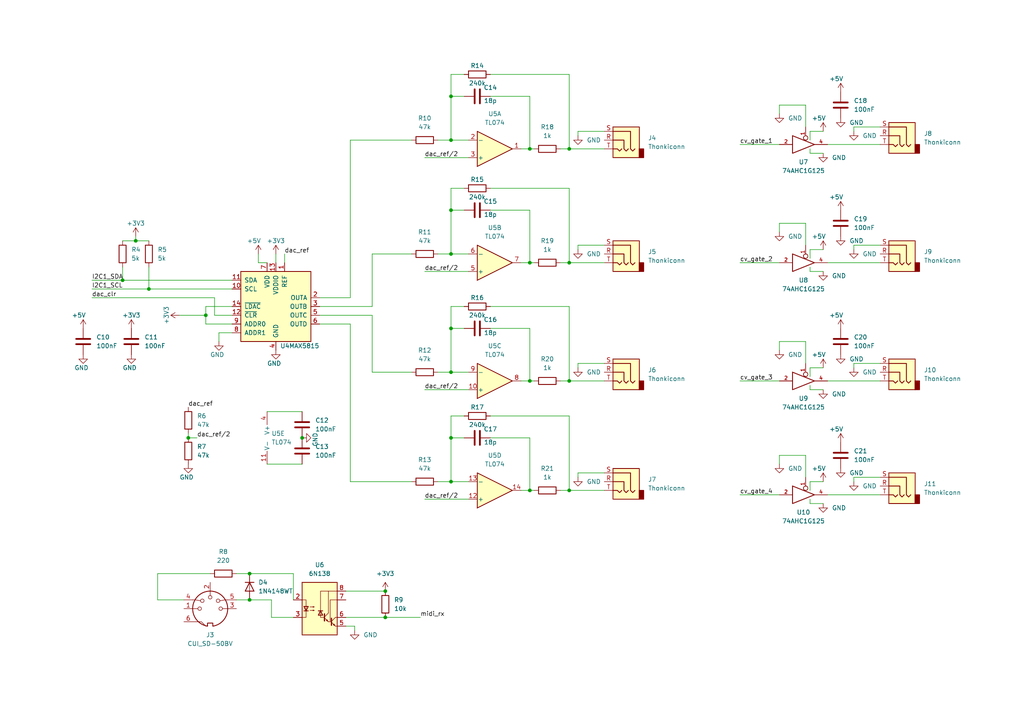
<source format=kicad_sch>
(kicad_sch (version 20211123) (generator eeschema)
  (paper "A4")
  (lib_symbols
    (symbol "74xGxx:74AHC1G125" (pin_names (offset 1.016))
      (property "Reference" "U" (at -2.54 3.81 0))
      (property "Value" "74AHC1G125" (at 0 -3.81 0))
      (symbol "74AHC1G125_0_1"
        (polyline (pts (xy -3.81 2.54) (xy -3.81 -2.54) (xy 2.54 0) (xy -3.81 2.54)) (stroke (width 0.254)))
      )
      (symbol "74AHC1G125_1_1"
        (pin input inverted (at 0 5.08 270) (length 3.81) (name "~") (number "1"))
        (pin input line (at -7.62 0 0) (length 3.81) (name "~") (number "2"))
        (pin power_in line (at 1.27 -1.27 270) (length 0) hide (name "GND") (number "3"))
        (pin tri_state line (at 6.35 0 180) (length 3.81) (name "~") (number "4"))
        (pin power_in line (at 1.27 1.27 90) (length 0) hide (name "VCC") (number "5"))
      )
    )
    (symbol "Amplifier_Operational:TL074" (pin_names (offset 0.127))
      (property "Reference" "U" (at 0 5.08 0))
      (property "Value" "TL074" (at 0 -5.08 0))
      (symbol "TL074_1_1"
        (polyline (pts (xy -5.08 5.08) (xy 5.08 0) (xy -5.08 -5.08) (xy -5.08 5.08)) (stroke (width 0.254)) (fill (type background)))
        (pin output line (at 7.62 0 180) (length 2.54) (name "~") (number "1"))
        (pin input line (at -7.62 -2.54 0) (length 2.54) (name "-") (number "2"))
        (pin input line (at -7.62 2.54 0) (length 2.54) (name "+") (number "3"))
      )
      (symbol "TL074_2_1"
        (polyline (pts (xy -5.08 5.08) (xy 5.08 0) (xy -5.08 -5.08) (xy -5.08 5.08)) (stroke (width 0.254)) (fill (type background)))
        (pin input line (at -7.62 2.54 0) (length 2.54) (name "+") (number "5"))
        (pin input line (at -7.62 -2.54 0) (length 2.54) (name "-") (number "6"))
        (pin output line (at 7.62 0 180) (length 2.54) (name "~") (number "7"))
      )
      (symbol "TL074_3_1"
        (polyline (pts (xy -5.08 5.08) (xy 5.08 0) (xy -5.08 -5.08) (xy -5.08 5.08)) (stroke (width 0.254)) (fill (type background)))
        (pin input line (at -7.62 2.54 0) (length 2.54) (name "+") (number "10"))
        (pin output line (at 7.62 0 180) (length 2.54) (name "~") (number "8"))
        (pin input line (at -7.62 -2.54 0) (length 2.54) (name "-") (number "9"))
      )
      (symbol "TL074_4_1"
        (polyline (pts (xy -5.08 5.08) (xy 5.08 0) (xy -5.08 -5.08) (xy -5.08 5.08)) (stroke (width 0.254)) (fill (type background)))
        (pin input line (at -7.62 2.54 0) (length 2.54) (name "+") (number "12"))
        (pin input line (at -7.62 -2.54 0) (length 2.54) (name "-") (number "13"))
        (pin output line (at 7.62 0 180) (length 2.54) (name "~") (number "14"))
      )
      (symbol "TL074_5_1"
        (pin power_in line (at -2.54 -7.62 90) (length 3.81) (name "V-") (number "11"))
        (pin power_in line (at -2.54 7.62 270) (length 3.81) (name "V+") (number "4"))
      )
    )
    (symbol "Analog_DAC:MAX5815" (pin_names (offset 1.016))
      (property "Reference" "U" (at -8.89 11.43 0))
      (property "Value" "MAX5815" (at 8.89 11.43 0))
      (symbol "MAX5815_0_1"
        (rectangle (start -10.16 10.16) (end 10.16 -10.16) (stroke (width 0.254)) (fill (type background)))
      )
      (symbol "MAX5815_1_1"
        (pin power_in line (at 2.54 12.7 270) (length 2.54) (name "REF") (number "1"))
        (pin input line (at -12.7 5.08 0) (length 2.54) (name "SCL") (number "10"))
        (pin bidirectional line (at -12.7 7.62 0) (length 2.54) (name "SDA") (number "11"))
        (pin input line (at -12.7 -2.54 0) (length 2.54) (name "~{CLR}") (number "12"))
        (pin power_in line (at 0 12.7 270) (length 2.54) (name "VDDIO") (number "13"))
        (pin input line (at -12.7 0 0) (length 2.54) (name "~{LDAC}") (number "14"))
        (pin output line (at 12.7 2.54 180) (length 2.54) (name "OUTA") (number "2"))
        (pin output line (at 12.7 0 180) (length 2.54) (name "OUTB") (number "3"))
        (pin power_in line (at 0 -12.7 90) (length 2.54) (name "GND") (number "4"))
        (pin output line (at 12.7 -2.54 180) (length 2.54) (name "OUTC") (number "5"))
        (pin output line (at 12.7 -5.08 180) (length 2.54) (name "OUTD") (number "6"))
        (pin power_in line (at -2.54 12.7 270) (length 2.54) (name "VDD") (number "7"))
        (pin input line (at -12.7 -7.62 0) (length 2.54) (name "ADDR1") (number "8"))
        (pin input line (at -12.7 -5.08 0) (length 2.54) (name "ADDR0") (number "9"))
      )
    )
    (symbol "Connector:AudioJack3"
      (property "Reference" "J" (at 0 8.89 0))
      (property "Value" "AudioJack3" (at 0 6.35 0))
      (symbol "AudioJack3_0_1"
        (rectangle (start -5.08 -5.08) (end -6.35 -2.54) (stroke (width 0.254)) (fill (type outline)))
        (polyline (pts (xy 0 -2.54) (xy 0.635 -3.175) (xy 1.27 -2.54) (xy 2.54 -2.54)) (stroke (width 0.254)))
        (polyline (pts (xy -1.905 -2.54) (xy -1.27 -3.175) (xy -0.635 -2.54) (xy -0.635 0) (xy 2.54 0)) (stroke (width 0.254)))
        (polyline (pts (xy 2.54 2.54) (xy -2.54 2.54) (xy -2.54 -2.54) (xy -3.175 -3.175) (xy -3.81 -2.54)) (stroke (width 0.254)))
        (rectangle (start 2.54 3.81) (end -5.08 -5.08) (stroke (width 0.254)) (fill (type background)))
      )
      (symbol "AudioJack3_1_1"
        (pin passive line (at 5.08 0 180) (length 2.54) (name "~") (number "R"))
        (pin passive line (at 5.08 2.54 180) (length 2.54) (name "~") (number "S"))
        (pin passive line (at 5.08 -2.54 180) (length 2.54) (name "~") (number "T"))
      )
    )
    (symbol "Device:C" (pin_numbers hide) (pin_names (offset 0.254))
      (property "Reference" "C" (at 0.635 2.54 0))
      (property "Value" "C" (at 0.635 -2.54 0))
      (symbol "C_0_1"
        (polyline (pts (xy -2.032 -0.762) (xy 2.032 -0.762)) (stroke (width 0.508)))
        (polyline (pts (xy -2.032 0.762) (xy 2.032 0.762)) (stroke (width 0.508)))
      )
      (symbol "C_1_1"
        (pin passive line (at 0 3.81 270) (length 2.794) (name "~") (number "1"))
        (pin passive line (at 0 -3.81 90) (length 2.794) (name "~") (number "2"))
      )
    )
    (symbol "Device:R" (pin_numbers hide) (pin_names (offset 0))
      (property "Reference" "R" (at 2.032 0 90))
      (property "Value" "R" (at 0 0 90))
      (symbol "R_0_1"
        (rectangle (start -1.016 -2.54) (end 1.016 2.54) (stroke (width 0.254)))
      )
      (symbol "R_1_1"
        (pin passive line (at 0 3.81 270) (length 1.27) (name "~") (number "1"))
        (pin passive line (at 0 -3.81 90) (length 1.27) (name "~") (number "2"))
      )
    )
    (symbol "Diode:1N4148WT" (pin_numbers hide) (pin_names (offset 1.016) hide)
      (property "Reference" "D" (at 0 2.54 0))
      (property "Value" "1N4148WT" (at 0 -2.54 0))
      (symbol "1N4148WT_0_1"
        (polyline (pts (xy -1.27 1.27) (xy -1.27 -1.27)) (stroke (width 0.254)))
        (polyline (pts (xy 1.27 0) (xy -1.27 0)))
        (polyline (pts (xy 1.27 1.27) (xy 1.27 -1.27) (xy -1.27 0) (xy 1.27 1.27)) (stroke (width 0.254)))
      )
      (symbol "1N4148WT_1_1"
        (pin passive line (at -3.81 0 0) (length 2.54) (name "K") (number "1"))
        (pin passive line (at 3.81 0 180) (length 2.54) (name "A") (number "2"))
      )
    )
    (symbol "Isolator:6N138" (pin_names (offset 1.016) hide)
      (property "Reference" "U" (at -4.064 8.89 0))
      (property "Value" "6N138" (at 2.286 8.89 0))
      (symbol "6N138_0_1"
        (rectangle (start -5.08 7.62) (end 5.08 -7.62) (stroke (width 0.254)) (fill (type background)))
        (polyline (pts (xy -4.572 -0.635) (xy -3.302 -0.635)) (stroke (width 0.254)))
        (polyline (pts (xy 0.889 -0.635) (xy -0.381 -0.635)) (stroke (width 0.254)))
        (polyline (pts (xy 1.397 -2.667) (xy 2.54 -3.81)))
        (polyline (pts (xy 1.397 -2.413) (xy 2.54 -1.27)))
        (polyline (pts (xy 2.54 -3.81) (xy 3.175 -3.81)))
        (polyline (pts (xy 3.429 -3.937) (xy 4.572 -5.08)))
        (polyline (pts (xy 3.429 -3.683) (xy 4.572 -2.54)))
        (polyline (pts (xy 4.572 -5.08) (xy 5.08 -5.08)))
        (polyline (pts (xy 4.572 -2.54) (xy 5.08 -2.54)))
        (polyline (pts (xy 1.397 -1.524) (xy 1.397 -3.556) (xy 1.397 -3.556)) (stroke (width 0.3556)))
        (polyline (pts (xy 2.54 -1.27) (xy 2.54 5.08) (xy 5.08 5.08)))
        (polyline (pts (xy 3.429 -2.794) (xy 3.429 -4.826) (xy 3.429 -4.826)) (stroke (width 0.3556)))
        (polyline (pts (xy 5.08 2.54) (xy 3.048 2.54) (xy 3.048 -3.81)))
        (polyline (pts (xy -5.08 -2.54) (xy -3.937 -2.54) (xy -3.937 2.54) (xy -5.08 2.54)))
        (polyline (pts (xy -3.937 -0.635) (xy -4.572 0.635) (xy -3.302 0.635) (xy -3.937 -0.635)) (stroke (width 0.254)))
        (polyline (pts (xy 0.254 -0.635) (xy 0.889 -1.905) (xy -0.381 -1.905) (xy 0.254 -0.635)) (stroke (width 0.254)))
        (polyline (pts (xy 1.27 -2.54) (xy 0.254 -2.54) (xy 0.254 5.08) (xy 2.54 5.08)))
        (polyline (pts (xy 2.413 -3.683) (xy 2.159 -3.175) (xy 1.905 -3.429) (xy 2.413 -3.683)))
        (polyline (pts (xy 4.445 -4.953) (xy 4.191 -4.445) (xy 3.937 -4.699) (xy 4.445 -4.953)))
        (polyline (pts (xy -2.794 -0.508) (xy -1.524 -0.508) (xy -1.905 -0.635) (xy -1.905 -0.381) (xy -1.524 -0.508)))
        (polyline (pts (xy -2.794 0.508) (xy -1.524 0.508) (xy -1.905 0.381) (xy -1.905 0.635) (xy -1.524 0.508)))
      )
      (symbol "6N138_1_1"
        (pin no_connect line (at -5.08 5.08 0) (length 2.54) hide (name "NC") (number "1"))
        (pin passive line (at -7.62 2.54 0) (length 2.54) (name "C1") (number "2"))
        (pin passive line (at -7.62 -2.54 0) (length 2.54) (name "C2") (number "3"))
        (pin no_connect line (at -5.08 -5.08 0) (length 2.54) hide (name "NC") (number "4"))
        (pin passive line (at 7.62 -5.08 180) (length 2.54) (name "GND") (number "5"))
        (pin passive line (at 7.62 -2.54 180) (length 2.54) (name "VO2") (number "6"))
        (pin passive line (at 7.62 2.54 180) (length 2.54) (name "VO1") (number "7"))
        (pin passive line (at 7.62 5.08 180) (length 2.54) (name "VCC") (number "8"))
      )
    )
    (symbol "midi_euro_lib:CUI_SD-50BV"
      (property "Reference" "J" (at 0 0 0))
      (property "Value" "CUI_SD-50BV" (at 0 -6.35 0))
      (symbol "CUI_SD-50BV_0_1"
        (arc (start -5.08 0) (mid -3.8597 -3.3379) (end -0.762 -5.08) (stroke (width 0.254)))
        (circle (center -3.048 0) (radius 0.508))
        (circle (center -2.286 2.286) (radius 0.508))
        (polyline (pts (xy -5.08 0) (xy -3.556 0)))
        (polyline (pts (xy 0 5.08) (xy 0 3.81)))
        (polyline (pts (xy 5.08 0) (xy 3.556 0)))
        (polyline (pts (xy -5.08 -3.81) (xy -2.54 -3.81) (xy -1.27 -5.08)))
        (polyline (pts (xy -5.08 2.54) (xy -4.318 2.54) (xy -2.794 2.286)))
        (polyline (pts (xy 5.08 2.54) (xy 4.318 2.54) (xy 2.794 2.286)))
        (polyline (pts (xy -0.762 -4.953) (xy -0.762 -4.191) (xy 0.762 -4.191) (xy 0.762 -4.953)) (stroke (width 0.254)))
        (circle (center 0 3.302) (radius 0.508))
        (arc (start 0.762 -5.08) (mid 3.8673 -3.3444) (end 5.08 0) (stroke (width 0.254)))
        (circle (center 2.286 2.286) (radius 0.508))
        (circle (center 3.048 0) (radius 0.508))
        (arc (start 5.08 0) (mid 0 5.08) (end -5.08 0) (stroke (width 0.254)))
      )
      (symbol "CUI_SD-50BV_1_1"
        (pin passive line (at -7.62 0 0) (length 2.54) (name "~") (number "1"))
        (pin passive line (at 0 7.62 270) (length 2.54) (name "~") (number "2"))
        (pin passive line (at 7.62 0 180) (length 2.54) (name "~") (number "3"))
        (pin passive line (at -7.62 2.54 0) (length 2.54) (name "~") (number "4"))
        (pin passive line (at 7.62 2.54 180) (length 2.54) (name "~") (number "5"))
        (pin passive line (at -7.62 -3.81 0) (length 2.54) (name "~") (number "6"))
      )
    )
    (symbol "power:+3.3V" (power) (pin_names (offset 0))
      (property "Value" "+3.3V" (at 0 3.556 0))
      (symbol "+3.3V_0_1"
        (polyline (pts (xy -0.762 1.27) (xy 0 2.54)))
        (polyline (pts (xy 0 0) (xy 0 2.54)))
        (polyline (pts (xy 0 2.54) (xy 0.762 1.27)))
      )
      (symbol "+3.3V_1_1"
        (pin power_in line (at 0 0 90) (length 0) hide (name "+3V3") (number "1"))
      )
    )
    (symbol "power:+5V" (power) (pin_names (offset 0))
      (property "Value" "+5V" (at 0 3.556 0))
      (symbol "+5V_0_1"
        (polyline (pts (xy -0.762 1.27) (xy 0 2.54)))
        (polyline (pts (xy 0 0) (xy 0 2.54)))
        (polyline (pts (xy 0 2.54) (xy 0.762 1.27)))
      )
      (symbol "+5V_1_1"
        (pin power_in line (at 0 0 90) (length 0) hide (name "+5V") (number "1"))
      )
    )
    (symbol "power:GND" (power) (pin_names (offset 0))
      (property "Value" "GND" (at 0 -3.81 0))
      (symbol "GND_0_1"
        (polyline (pts (xy 0 0) (xy 0 -1.27) (xy 1.27 -1.27) (xy 0 -2.54) (xy -1.27 -1.27) (xy 0 -1.27)))
      )
      (symbol "GND_1_1"
        (pin power_in line (at 0 0 270) (length 0) hide (name "GND") (number "1"))
      )
    )
  )
  (junction (at 153.67 142.24))
  (junction (at 59.69 91.44))
  (junction (at 165.1 110.49))
  (junction (at 130.81 127))
  (junction (at 153.67 43.18))
  (junction (at 153.67 110.49))
  (junction (at 54.61 127))
  (junction (at 35.56 81.28))
  (junction (at 165.1 142.24))
  (junction (at 165.1 43.18))
  (junction (at 111.76 179.07))
  (junction (at 111.76 171.45))
  (junction (at 130.81 40.64))
  (junction (at 130.81 27.94))
  (junction (at 72.39 173.99))
  (junction (at 130.81 73.66))
  (junction (at 153.67 76.2))
  (junction (at 165.1 76.2))
  (junction (at 39.37 69.85))
  (junction (at 130.81 139.7))
  (junction (at 72.39 166.37))
  (junction (at 130.81 107.95))
  (junction (at 130.81 60.96))
  (junction (at 130.81 95.25))
  (junction (at 87.63 127))
  (junction (at 43.18 83.82))
  (wire (pts (xy 59.69 88.9) (xy 59.69 91.44)))
  (wire (pts (xy 130.81 27.94) (xy 130.81 40.64)))
  (wire (pts (xy 142.24 21.59) (xy 165.1 21.59)))
  (wire (pts (xy 234.95 144.78) (xy 234.95 146.05)))
  (wire (pts (xy 130.81 120.65) (xy 130.81 127)))
  (wire (pts (xy 62.23 91.44) (xy 62.23 86.36)))
  (wire (pts (xy 151.13 110.49) (xy 153.67 110.49)))
  (wire (pts (xy 35.56 81.28) (xy 67.31 81.28)))
  (wire (pts (xy 45.72 166.37) (xy 60.96 166.37)))
  (wire (pts (xy 130.81 95.25) (xy 130.81 107.95)))
  (wire (pts (xy 226.06 67.31) (xy 226.06 64.77)))
  (wire (pts (xy 63.5 99.06) (xy 63.5 96.52)))
  (wire (pts (xy 165.1 110.49) (xy 162.56 110.49)))
  (wire (pts (xy 165.1 54.61) (xy 165.1 76.2)))
  (wire (pts (xy 234.95 113.03) (xy 238.76 113.03)))
  (wire (pts (xy 78.74 179.07) (xy 85.09 179.07)))
  (wire (pts (xy 111.76 179.07) (xy 121.92 179.07)))
  (wire (pts (xy 234.95 78.74) (xy 238.76 78.74)))
  (wire (pts (xy 142.24 95.25) (xy 153.67 95.25)))
  (wire (pts (xy 167.64 39.37) (xy 167.64 38.1)))
  (wire (pts (xy 107.95 91.44) (xy 107.95 107.95)))
  (wire (pts (xy 165.1 76.2) (xy 162.56 76.2)))
  (wire (pts (xy 63.5 96.52) (xy 67.31 96.52)))
  (wire (pts (xy 247.65 36.83) (xy 255.27 36.83)))
  (wire (pts (xy 101.6 40.64) (xy 119.38 40.64)))
  (wire (pts (xy 234.95 74.93) (xy 234.95 72.39)))
  (wire (pts (xy 226.06 30.48) (xy 233.68 30.48)))
  (wire (pts (xy 100.33 181.61) (xy 102.87 181.61)))
  (wire (pts (xy 102.87 181.61) (xy 102.87 182.88)))
  (wire (pts (xy 153.67 95.25) (xy 153.67 110.49)))
  (wire (pts (xy 165.1 110.49) (xy 175.26 110.49)))
  (wire (pts (xy 67.31 88.9) (xy 59.69 88.9)))
  (wire (pts (xy 39.37 69.85) (xy 43.18 69.85)))
  (wire (pts (xy 92.71 91.44) (xy 107.95 91.44)))
  (wire (pts (xy 127 40.64) (xy 130.81 40.64)))
  (wire (pts (xy 77.47 119.38) (xy 87.63 119.38)))
  (wire (pts (xy 35.56 77.47) (xy 35.56 81.28)))
  (wire (pts (xy 68.58 173.99) (xy 72.39 173.99)))
  (wire (pts (xy 142.24 27.94) (xy 153.67 27.94)))
  (wire (pts (xy 167.64 106.68) (xy 167.64 105.41)))
  (wire (pts (xy 107.95 73.66) (xy 119.38 73.66)))
  (wire (pts (xy 234.95 139.7) (xy 238.76 139.7)))
  (wire (pts (xy 151.13 142.24) (xy 153.67 142.24)))
  (wire (pts (xy 167.64 105.41) (xy 175.26 105.41)))
  (wire (pts (xy 130.81 54.61) (xy 134.62 54.61)))
  (wire (pts (xy 130.81 60.96) (xy 130.81 73.66)))
  (wire (pts (xy 77.47 134.62) (xy 87.63 134.62)))
  (wire (pts (xy 151.13 43.18) (xy 153.67 43.18)))
  (wire (pts (xy 234.95 146.05) (xy 238.76 146.05)))
  (wire (pts (xy 130.81 21.59) (xy 130.81 27.94)))
  (wire (pts (xy 234.95 111.76) (xy 234.95 113.03)))
  (wire (pts (xy 119.38 139.7) (xy 101.6 139.7)))
  (wire (pts (xy 130.81 88.9) (xy 134.62 88.9)))
  (wire (pts (xy 101.6 93.98) (xy 92.71 93.98)))
  (wire (pts (xy 247.65 139.7) (xy 247.65 138.43)))
  (wire (pts (xy 153.67 27.94) (xy 153.67 43.18)))
  (wire (pts (xy 247.65 72.39) (xy 247.65 71.12)))
  (wire (pts (xy 165.1 21.59) (xy 165.1 43.18)))
  (wire (pts (xy 127 73.66) (xy 130.81 73.66)))
  (wire (pts (xy 240.03 76.2) (xy 255.27 76.2)))
  (wire (pts (xy 92.71 86.36) (xy 101.6 86.36)))
  (wire (pts (xy 142.24 88.9) (xy 165.1 88.9)))
  (wire (pts (xy 226.06 101.6) (xy 226.06 99.06)))
  (wire (pts (xy 142.24 127) (xy 153.67 127)))
  (wire (pts (xy 130.81 21.59) (xy 134.62 21.59)))
  (wire (pts (xy 123.19 78.74) (xy 135.89 78.74)))
  (wire (pts (xy 247.65 71.12) (xy 255.27 71.12)))
  (wire (pts (xy 226.06 99.06) (xy 233.68 99.06)))
  (wire (pts (xy 247.65 106.68) (xy 247.65 105.41)))
  (wire (pts (xy 130.81 107.95) (xy 135.89 107.95)))
  (wire (pts (xy 153.67 110.49) (xy 154.94 110.49)))
  (wire (pts (xy 165.1 120.65) (xy 165.1 142.24)))
  (wire (pts (xy 142.24 60.96) (xy 153.67 60.96)))
  (wire (pts (xy 167.64 38.1) (xy 175.26 38.1)))
  (wire (pts (xy 134.62 127) (xy 130.81 127)))
  (wire (pts (xy 142.24 120.65) (xy 165.1 120.65)))
  (wire (pts (xy 234.95 72.39) (xy 238.76 72.39)))
  (wire (pts (xy 247.65 105.41) (xy 255.27 105.41)))
  (wire (pts (xy 165.1 43.18) (xy 162.56 43.18)))
  (wire (pts (xy 226.06 134.62) (xy 226.06 132.08)))
  (wire (pts (xy 167.64 137.16) (xy 175.26 137.16)))
  (wire (pts (xy 130.81 40.64) (xy 135.89 40.64)))
  (wire (pts (xy 53.34 173.99) (xy 45.72 173.99)))
  (wire (pts (xy 165.1 142.24) (xy 162.56 142.24)))
  (wire (pts (xy 123.19 45.72) (xy 135.89 45.72)))
  (wire (pts (xy 101.6 86.36) (xy 101.6 40.64)))
  (wire (pts (xy 130.81 120.65) (xy 134.62 120.65)))
  (wire (pts (xy 226.06 33.02) (xy 226.06 30.48)))
  (wire (pts (xy 234.95 77.47) (xy 234.95 78.74)))
  (wire (pts (xy 167.64 72.39) (xy 167.64 71.12)))
  (wire (pts (xy 100.33 171.45) (xy 111.76 171.45)))
  (wire (pts (xy 165.1 142.24) (xy 175.26 142.24)))
  (wire (pts (xy 234.95 40.64) (xy 234.95 38.1)))
  (wire (pts (xy 234.95 43.18) (xy 234.95 44.45)))
  (wire (pts (xy 43.18 83.82) (xy 67.31 83.82)))
  (wire (pts (xy 234.95 38.1) (xy 238.76 38.1)))
  (wire (pts (xy 233.68 99.06) (xy 233.68 105.41)))
  (wire (pts (xy 234.95 109.22) (xy 234.95 106.68)))
  (wire (pts (xy 67.31 91.44) (xy 62.23 91.44)))
  (wire (pts (xy 59.69 93.98) (xy 59.69 91.44)))
  (wire (pts (xy 85.09 166.37) (xy 85.09 173.99)))
  (wire (pts (xy 247.65 138.43) (xy 255.27 138.43)))
  (wire (pts (xy 26.67 81.28) (xy 35.56 81.28)))
  (wire (pts (xy 78.74 173.99) (xy 78.74 179.07)))
  (wire (pts (xy 134.62 95.25) (xy 130.81 95.25)))
  (wire (pts (xy 233.68 30.48) (xy 233.68 36.83)))
  (wire (pts (xy 165.1 43.18) (xy 175.26 43.18)))
  (wire (pts (xy 165.1 88.9) (xy 165.1 110.49)))
  (wire (pts (xy 101.6 139.7) (xy 101.6 93.98)))
  (wire (pts (xy 43.18 77.47) (xy 43.18 83.82)))
  (wire (pts (xy 234.95 44.45) (xy 238.76 44.45)))
  (wire (pts (xy 92.71 88.9) (xy 107.95 88.9)))
  (wire (pts (xy 77.47 76.2) (xy 74.93 76.2)))
  (wire (pts (xy 233.68 64.77) (xy 233.68 71.12)))
  (wire (pts (xy 134.62 60.96) (xy 130.81 60.96)))
  (wire (pts (xy 233.68 132.08) (xy 233.68 138.43)))
  (wire (pts (xy 153.67 60.96) (xy 153.67 76.2)))
  (wire (pts (xy 214.63 76.2) (xy 226.06 76.2)))
  (wire (pts (xy 68.58 166.37) (xy 72.39 166.37)))
  (wire (pts (xy 123.19 144.78) (xy 135.89 144.78)))
  (wire (pts (xy 82.55 73.66) (xy 82.55 76.2)))
  (wire (pts (xy 72.39 173.99) (xy 78.74 173.99)))
  (wire (pts (xy 153.67 43.18) (xy 154.94 43.18)))
  (wire (pts (xy 240.03 41.91) (xy 255.27 41.91)))
  (wire (pts (xy 67.31 93.98) (xy 59.69 93.98)))
  (wire (pts (xy 234.95 106.68) (xy 238.76 106.68)))
  (wire (pts (xy 130.81 88.9) (xy 130.81 95.25)))
  (wire (pts (xy 107.95 88.9) (xy 107.95 73.66)))
  (wire (pts (xy 52.07 91.44) (xy 59.69 91.44)))
  (wire (pts (xy 153.67 76.2) (xy 154.94 76.2)))
  (wire (pts (xy 234.95 142.24) (xy 234.95 139.7)))
  (wire (pts (xy 26.67 83.82) (xy 43.18 83.82)))
  (wire (pts (xy 153.67 142.24) (xy 154.94 142.24)))
  (wire (pts (xy 26.67 86.36) (xy 62.23 86.36)))
  (wire (pts (xy 100.33 179.07) (xy 111.76 179.07)))
  (wire (pts (xy 247.65 38.1) (xy 247.65 36.83)))
  (wire (pts (xy 127 107.95) (xy 130.81 107.95)))
  (wire (pts (xy 167.64 138.43) (xy 167.64 137.16)))
  (wire (pts (xy 74.93 73.66) (xy 74.93 76.2)))
  (wire (pts (xy 45.72 173.99) (xy 45.72 166.37)))
  (wire (pts (xy 123.19 113.03) (xy 135.89 113.03)))
  (wire (pts (xy 130.81 54.61) (xy 130.81 60.96)))
  (wire (pts (xy 214.63 143.51) (xy 226.06 143.51)))
  (wire (pts (xy 167.64 71.12) (xy 175.26 71.12)))
  (wire (pts (xy 153.67 127) (xy 153.67 142.24)))
  (wire (pts (xy 134.62 27.94) (xy 130.81 27.94)))
  (wire (pts (xy 214.63 41.91) (xy 226.06 41.91)))
  (wire (pts (xy 130.81 127) (xy 130.81 139.7)))
  (wire (pts (xy 80.01 73.66) (xy 80.01 76.2)))
  (wire (pts (xy 165.1 76.2) (xy 175.26 76.2)))
  (wire (pts (xy 54.61 127) (xy 57.15 127)))
  (wire (pts (xy 214.63 110.49) (xy 226.06 110.49)))
  (wire (pts (xy 240.03 110.49) (xy 255.27 110.49)))
  (wire (pts (xy 72.39 166.37) (xy 85.09 166.37)))
  (wire (pts (xy 226.06 132.08) (xy 233.68 132.08)))
  (wire (pts (xy 151.13 76.2) (xy 153.67 76.2)))
  (wire (pts (xy 226.06 64.77) (xy 233.68 64.77)))
  (wire (pts (xy 130.81 73.66) (xy 135.89 73.66)))
  (wire (pts (xy 240.03 143.51) (xy 255.27 143.51)))
  (wire (pts (xy 54.61 125.73) (xy 54.61 127)))
  (wire (pts (xy 39.37 68.58) (xy 39.37 69.85)))
  (wire (pts (xy 107.95 107.95) (xy 119.38 107.95)))
  (wire (pts (xy 35.56 69.85) (xy 39.37 69.85)))
  (wire (pts (xy 142.24 54.61) (xy 165.1 54.61)))
  (wire (pts (xy 127 139.7) (xy 130.81 139.7)))
  (wire (pts (xy 130.81 139.7) (xy 135.89 139.7)))
  (label "dac_ref" (at 82.55 73.66 0))
  (label "dac_ref{slash}2" (at 123.19 113.03 0))
  (label "I2C1_SCL" (at 26.67 83.82 0))
  (label "midi_rx" (at 121.92 179.07 0))
  (label "cv_gate_2" (at 214.63 76.2 0))
  (label "dac_ref" (at 54.61 118.11 0))
  (label "dac_clr" (at 26.67 86.36 0))
  (label "dac_ref{slash}2" (at 57.15 127 0))
  (label "dac_ref{slash}2" (at 123.19 78.74 0))
  (label "cv_gate_4" (at 214.63 143.51 0))
  (label "dac_ref{slash}2" (at 123.19 45.72 0))
  (label "I2C1_SDA" (at 26.67 81.28 0))
  (label "cv_gate_3" (at 214.63 110.49 0))
  (label "dac_ref{slash}2" (at 123.19 144.78 0))
  (label "cv_gate_1" (at 214.63 41.91 0))
  (symbol (lib_id "power:+5V") (at 243.84 60.96 0) (unit 1)
    (property "Reference" "#PWR0146" (effects hide))
    (property "Value" "+5V" (at 242.57 57.15 0))
  )
  (symbol (lib_id "power:GND") (at 247.65 139.7 0) (unit 1)
    (property "Reference" "#PWR0158" (effects hide))
    (property "Value" "GND" (at 250.19 140.9699 0) (effects (justify left)))
  )
  (symbol (lib_id "Device:C") (at 38.1 99.06 0) (unit 1)
    (property "Reference" "C11" (at 41.91 97.7899 0) (effects (justify left)))
    (property "Value" "100nF" (at 41.91 100.3299 0) (effects (justify left)))
    (property "Footprint" "Capacitor_SMD:C_0603_1608Metric" (effects hide))
  )
  (symbol (lib_id "Device:R") (at 138.43 88.9 90) (unit 1)
    (property "Reference" "R16" (at 138.43 86.36 90))
    (property "Value" "240k" (at 138.43 91.44 90))
    (property "Footprint" "Resistor_SMD:R_0603_1608Metric" (effects hide))
  )
  (symbol (lib_id "midi_euro_lib:CUI_SD-50BV") (at 60.96 176.53 0) (unit 1)
    (property "Reference" "J3" (at 60.9601 184.15 0))
    (property "Value" "CUI_SD-50BV" (at 60.9601 186.69 0))
    (property "Footprint" "midi_euro_lib:CUI_SD-50BV" (effects hide))
  )
  (symbol (lib_id "power:GND") (at 243.84 34.29 0) (unit 1)
    (property "Reference" "#PWR0137" (effects hide))
    (property "Value" "GND" (at 246.38 35.5599 0) (effects (justify left)))
  )
  (symbol (lib_id "power:GND") (at 243.84 135.89 0) (unit 1)
    (property "Reference" "#PWR0159" (effects hide))
    (property "Value" "GND" (at 246.38 137.1599 0) (effects (justify left)))
  )
  (symbol (lib_id "power:GND") (at 247.65 106.68 0) (unit 1)
    (property "Reference" "#PWR0157" (effects hide))
    (property "Value" "GND" (at 250.19 107.9499 0) (effects (justify left)))
  )
  (symbol (lib_id "power:GND") (at 102.87 182.88 0) (unit 1)
    (property "Reference" "#PWR0123" (effects hide))
    (property "Value" "GND" (at 105.41 184.1499 0) (effects (justify left)))
  )
  (symbol (lib_id "Connector:AudioJack3") (at 180.34 139.7 0) (mirror y) (unit 1)
    (property "Reference" "J7" (at 187.96 139.0649 0) (effects (justify right)))
    (property "Value" "Thonkiconn" (at 187.96 141.6049 0) (effects (justify right)))
    (property "Footprint" "Connector_Audio:Jack_3.5mm_QingPu_WQP-PJ398SM_Vertical_CircularHoles" (effects hide))
  )
  (symbol (lib_id "Connector:AudioJack3") (at 180.34 73.66 0) (mirror y) (unit 1)
    (property "Reference" "J5" (at 187.96 73.0249 0) (effects (justify right)))
    (property "Value" "Thonkiconn" (at 187.96 75.5649 0) (effects (justify right)))
    (property "Footprint" "Connector_Audio:Jack_3.5mm_QingPu_WQP-PJ398SM_Vertical_CircularHoles" (effects hide))
  )
  (symbol (lib_id "Device:R") (at 64.77 166.37 90) (unit 1)
    (property "Reference" "R8" (at 64.77 160.02 90))
    (property "Value" "220" (at 64.77 162.56 90))
    (property "Footprint" "Resistor_SMD:R_0805_2012Metric" (effects hide))
  )
  (symbol (lib_id "Device:R") (at 35.56 73.66 0) (unit 1)
    (property "Reference" "R4" (at 38.1 72.3899 0) (effects (justify left)))
    (property "Value" "5k" (at 38.1 74.9299 0) (effects (justify left)))
    (property "Footprint" "Resistor_SMD:R_0603_1608Metric" (effects hide))
  )
  (symbol (lib_id "Device:C") (at 138.43 60.96 90) (unit 1)
    (property "Reference" "C15" (at 142.24 58.42 90))
    (property "Value" "18p" (at 142.24 62.23 90))
    (property "Footprint" "Capacitor_SMD:C_0603_1608Metric" (effects hide))
  )
  (symbol (lib_id "power:GND") (at 238.76 44.45 0) (unit 1)
    (property "Reference" "#PWR0139" (effects hide))
    (property "Value" "GND" (at 241.3 45.7199 0) (effects (justify left)))
  )
  (symbol (lib_id "power:GND") (at 87.63 127 90) (unit 1)
    (property "Reference" "#PWR0122" (effects hide))
    (property "Value" "GND" (at 91.44 129.54 0) (effects (justify left)))
  )
  (symbol (lib_id "Device:R") (at 123.19 40.64 90) (unit 1)
    (property "Reference" "R10" (at 123.19 34.29 90))
    (property "Value" "47k" (at 123.19 36.83 90))
    (property "Footprint" "Resistor_SMD:R_0603_1608Metric" (effects hide))
  )
  (symbol (lib_id "power:+3.3V") (at 39.37 68.58 0) (unit 1)
    (property "Reference" "#PWR0133" (effects hide))
    (property "Value" "+3.3V" (at 39.37 64.77 0))
  )
  (symbol (lib_id "Diode:1N4148WT") (at 72.39 170.18 270) (unit 1)
    (property "Reference" "D4" (at 74.93 168.9099 90) (effects (justify left)))
    (property "Value" "1N4148WT" (at 74.93 171.4499 90) (effects (justify left)))
    (property "Footprint" "Diode_SMD:D_SOD-523" (effects hide))
    (property "Datasheet" "https://www.diodes.com/assets/Datasheets/ds30396.pdf" (effects hide))
  )
  (symbol (lib_id "power:GND") (at 24.13 102.87 0) (unit 1)
    (property "Reference" "#PWR0132" (effects hide))
    (property "Value" "GND" (at 21.59 106.68 0) (effects (justify left)))
  )
  (symbol (lib_id "Connector:AudioJack3") (at 180.34 107.95 0) (mirror y) (unit 1)
    (property "Reference" "J6" (at 187.96 107.3149 0) (effects (justify right)))
    (property "Value" "Thonkiconn" (at 187.96 109.8549 0) (effects (justify right)))
    (property "Footprint" "Connector_Audio:Jack_3.5mm_QingPu_WQP-PJ398SM_Vertical_CircularHoles" (effects hide))
  )
  (symbol (lib_id "Amplifier_Operational:TL074") (at 143.51 110.49 0) (mirror x) (unit 3)
    (property "Reference" "U5" (at 143.51 100.33 0))
    (property "Value" "TL074" (at 143.51 102.87 0))
    (property "Footprint" "Package_SO:SOIC-14_3.9x8.7mm_P1.27mm" (effects hide))
    (property "Datasheet" "http://www.ti.com/lit/ds/symlink/tl071.pdf" (effects hide))
  )
  (symbol (lib_id "power:+5V") (at 24.13 95.25 0) (unit 1)
    (property "Reference" "#PWR0131" (effects hide))
    (property "Value" "+5V" (at 22.86 91.44 0))
  )
  (symbol (lib_id "Analog_DAC:MAX5815") (at 80.01 88.9 0) (unit 1)
    (property "Reference" "U4" (at 81.28 100.33 0) (effects (justify left)))
    (property "Value" "MAX5815" (at 83.82 100.33 0) (effects (justify left)))
    (property "Footprint" "Package_SO:TSSOP-14_4.4x5mm_P0.65mm" (effects hide))
    (property "Datasheet" "http://datasheets.maximintegrated.com/en/ds/MAX5813-MAX5815.pdf" (effects hide))
  )
  (symbol (lib_id "power:GND") (at 167.64 106.68 0) (unit 1)
    (property "Reference" "#PWR0152" (effects hide))
    (property "Value" "GND" (at 170.18 107.9499 0) (effects (justify left)))
  )
  (symbol (lib_id "Amplifier_Operational:TL074") (at 143.51 76.2 0) (mirror x) (unit 2)
    (property "Reference" "U5" (at 143.51 66.04 0))
    (property "Value" "TL074" (at 143.51 68.58 0))
    (property "Footprint" "Package_SO:SOIC-14_3.9x8.7mm_P1.27mm" (effects hide))
    (property "Datasheet" "http://www.ti.com/lit/ds/symlink/tl071.pdf" (effects hide))
  )
  (symbol (lib_id "power:GND") (at 247.65 72.39 0) (unit 1)
    (property "Reference" "#PWR0147" (effects hide))
    (property "Value" "GND" (at 250.19 73.6599 0) (effects (justify left)))
  )
  (symbol (lib_id "power:+5V") (at 243.84 26.67 0) (unit 1)
    (property "Reference" "#PWR0138" (effects hide))
    (property "Value" "+5V" (at 242.57 22.86 0))
  )
  (symbol (lib_id "74xGxx:74AHC1G125") (at 233.68 76.2 0) (unit 1)
    (property "Reference" "U8" (at 233.045 81.28 0))
    (property "Value" "74AHC1G125" (at 233.045 83.82 0))
    (property "Footprint" "Package_TO_SOT_SMD:SOT-23-5" (effects hide))
    (property "Datasheet" "http://www.ti.com/lit/sg/scyt129e/scyt129e.pdf" (effects hide))
  )
  (symbol (lib_id "Device:R") (at 111.76 175.26 0) (unit 1)
    (property "Reference" "R9" (at 114.3 173.9899 0) (effects (justify left)))
    (property "Value" "10k" (at 114.3 176.5299 0) (effects (justify left)))
    (property "Footprint" "Resistor_SMD:R_0603_1608Metric" (effects hide))
  )
  (symbol (lib_id "Amplifier_Operational:TL074") (at 80.01 127 0) (unit 5)
    (property "Reference" "U5" (at 78.74 125.7299 0) (effects (justify left)))
    (property "Value" "TL074" (at 78.74 128.2699 0) (effects (justify left)))
    (property "Footprint" "Package_SO:SOIC-14_3.9x8.7mm_P1.27mm" (effects hide))
    (property "Datasheet" "http://www.ti.com/lit/ds/symlink/tl071.pdf" (effects hide))
  )
  (symbol (lib_id "Connector:AudioJack3") (at 260.35 73.66 0) (mirror y) (unit 1)
    (property "Reference" "J9" (at 267.97 73.0249 0) (effects (justify right)))
    (property "Value" "Thonkiconn" (at 267.97 75.5649 0) (effects (justify right)))
    (property "Footprint" "Connector_Audio:Jack_3.5mm_QingPu_WQP-PJ398SM_Vertical_CircularHoles" (effects hide))
  )
  (symbol (lib_id "Device:R") (at 43.18 73.66 0) (unit 1)
    (property "Reference" "R5" (at 45.72 72.3899 0) (effects (justify left)))
    (property "Value" "5k" (at 45.72 74.9299 0) (effects (justify left)))
    (property "Footprint" "Resistor_SMD:R_0603_1608Metric" (effects hide))
  )
  (symbol (lib_id "Connector:AudioJack3") (at 260.35 39.37 0) (mirror y) (unit 1)
    (property "Reference" "J8" (at 267.97 38.7349 0) (effects (justify right)))
    (property "Value" "Thonkiconn" (at 267.97 41.2749 0) (effects (justify right)))
    (property "Footprint" "Connector_Audio:Jack_3.5mm_QingPu_WQP-PJ398SM_Vertical_CircularHoles" (effects hide))
  )
  (symbol (lib_id "power:GND") (at 243.84 68.58 0) (unit 1)
    (property "Reference" "#PWR0148" (effects hide))
    (property "Value" "GND" (at 246.38 69.8499 0) (effects (justify left)))
  )
  (symbol (lib_id "Device:R") (at 123.19 107.95 90) (unit 1)
    (property "Reference" "R12" (at 123.19 101.6 90))
    (property "Value" "47k" (at 123.19 104.14 90))
    (property "Footprint" "Resistor_SMD:R_0603_1608Metric" (effects hide))
  )
  (symbol (lib_id "power:GND") (at 167.64 39.37 0) (unit 1)
    (property "Reference" "#PWR0134" (effects hide))
    (property "Value" "GND" (at 170.18 40.6399 0) (effects (justify left)))
  )
  (symbol (lib_id "power:+3.3V") (at 80.01 73.66 0) (unit 1)
    (property "Reference" "#PWR0120" (effects hide))
    (property "Value" "+3.3V" (at 80.01 69.85 0))
  )
  (symbol (lib_id "power:GND") (at 38.1 102.87 0) (unit 1)
    (property "Reference" "#PWR0125" (effects hide))
    (property "Value" "GND" (at 35.56 106.68 0) (effects (justify left)))
  )
  (symbol (lib_id "Device:R") (at 158.75 43.18 90) (unit 1)
    (property "Reference" "R18" (at 158.75 36.83 90))
    (property "Value" "1k" (at 158.75 39.37 90))
    (property "Footprint" "Resistor_SMD:R_0603_1608Metric" (effects hide))
  )
  (symbol (lib_id "Device:R") (at 54.61 130.81 180) (unit 1)
    (property "Reference" "R7" (at 57.15 129.5399 0) (effects (justify right)))
    (property "Value" "47k" (at 57.15 132.0799 0) (effects (justify right)))
    (property "Footprint" "Resistor_SMD:R_0603_1608Metric" (effects hide))
  )
  (symbol (lib_id "power:GND") (at 226.06 101.6 0) (unit 1)
    (property "Reference" "#PWR0161" (effects hide))
    (property "Value" "GND" (at 228.6 102.8699 0) (effects (justify left)))
  )
  (symbol (lib_id "power:GND") (at 226.06 134.62 0) (unit 1)
    (property "Reference" "#PWR0160" (effects hide))
    (property "Value" "GND" (at 228.6 135.8899 0) (effects (justify left)))
  )
  (symbol (lib_id "Device:C") (at 138.43 27.94 90) (unit 1)
    (property "Reference" "C14" (at 142.24 25.4 90))
    (property "Value" "18p" (at 142.24 29.21 90))
    (property "Footprint" "Capacitor_SMD:C_0603_1608Metric" (effects hide))
  )
  (symbol (lib_id "power:+5V") (at 238.76 38.1 0) (unit 1)
    (property "Reference" "#PWR0136" (effects hide))
    (property "Value" "+5V" (at 237.49 34.29 0))
  )
  (symbol (lib_id "power:GND") (at 63.5 99.06 0) (unit 1)
    (property "Reference" "#PWR0126" (effects hide))
    (property "Value" "GND" (at 60.96 102.87 0) (effects (justify left)))
  )
  (symbol (lib_id "power:GND") (at 238.76 113.03 0) (unit 1)
    (property "Reference" "#PWR0153" (effects hide))
    (property "Value" "GND" (at 241.3 114.2999 0) (effects (justify left)))
  )
  (symbol (lib_id "power:+3.3V") (at 38.1 95.25 0) (unit 1)
    (property "Reference" "#PWR0130" (effects hide))
    (property "Value" "+3.3V" (at 38.1 91.44 0))
  )
  (symbol (lib_id "Amplifier_Operational:TL074") (at 143.51 142.24 0) (mirror x) (unit 4)
    (property "Reference" "U5" (at 143.51 132.08 0))
    (property "Value" "TL074" (at 143.51 134.62 0))
    (property "Footprint" "Package_SO:SOIC-14_3.9x8.7mm_P1.27mm" (effects hide))
    (property "Datasheet" "http://www.ti.com/lit/ds/symlink/tl071.pdf" (effects hide))
  )
  (symbol (lib_id "Device:R") (at 123.19 73.66 90) (unit 1)
    (property "Reference" "R11" (at 123.19 67.31 90))
    (property "Value" "47k" (at 123.19 69.85 90))
    (property "Footprint" "Resistor_SMD:R_0603_1608Metric" (effects hide))
  )
  (symbol (lib_id "Connector:AudioJack3") (at 180.34 40.64 0) (mirror y) (unit 1)
    (property "Reference" "J4" (at 187.96 40.0049 0) (effects (justify right)))
    (property "Value" "Thonkiconn" (at 187.96 42.5449 0) (effects (justify right)))
    (property "Footprint" "Connector_Audio:Jack_3.5mm_QingPu_WQP-PJ398SM_Vertical_CircularHoles" (effects hide))
  )
  (symbol (lib_id "Device:R") (at 138.43 54.61 90) (unit 1)
    (property "Reference" "R15" (at 138.43 52.07 90))
    (property "Value" "240k" (at 138.43 57.15 90))
    (property "Footprint" "Resistor_SMD:R_0603_1608Metric" (effects hide))
  )
  (symbol (lib_id "Device:C") (at 138.43 95.25 90) (unit 1)
    (property "Reference" "C16" (at 142.24 92.71 90))
    (property "Value" "18p" (at 142.24 96.52 90))
    (property "Footprint" "Capacitor_SMD:C_0603_1608Metric" (effects hide))
  )
  (symbol (lib_id "power:+5V") (at 74.93 73.66 0) (unit 1)
    (property "Reference" "#PWR0128" (effects hide))
    (property "Value" "+5V" (at 73.66 69.85 0))
  )
  (symbol (lib_id "Device:C") (at 87.63 123.19 0) (unit 1)
    (property "Reference" "C12" (at 91.44 121.9199 0) (effects (justify left)))
    (property "Value" "100nF" (at 91.44 124.4599 0) (effects (justify left)))
    (property "Footprint" "Capacitor_SMD:C_0603_1608Metric" (effects hide))
  )
  (symbol (lib_id "Device:C") (at 24.13 99.06 0) (unit 1)
    (property "Reference" "C10" (at 27.94 97.7899 0) (effects (justify left)))
    (property "Value" "100nF" (at 27.94 100.3299 0) (effects (justify left)))
    (property "Footprint" "Capacitor_SMD:C_0603_1608Metric" (effects hide))
  )
  (symbol (lib_id "Device:C") (at 243.84 132.08 0) (unit 1)
    (property "Reference" "C21" (at 247.65 130.8099 0) (effects (justify left)))
    (property "Value" "100nF" (at 247.65 133.3499 0) (effects (justify left)))
    (property "Footprint" "Capacitor_SMD:C_0603_1608Metric" (effects hide))
  )
  (symbol (lib_id "Device:C") (at 243.84 30.48 0) (unit 1)
    (property "Reference" "C18" (at 247.65 29.2099 0) (effects (justify left)))
    (property "Value" "100nF" (at 247.65 31.7499 0) (effects (justify left)))
    (property "Footprint" "Capacitor_SMD:C_0603_1608Metric" (effects hide))
  )
  (symbol (lib_id "power:+3.3V") (at 111.76 171.45 0) (unit 1)
    (property "Reference" "#PWR0121" (effects hide))
    (property "Value" "+3.3V" (at 111.76 166.37 0))
  )
  (symbol (lib_id "power:GND") (at 54.61 134.62 0) (unit 1)
    (property "Reference" "#PWR0124" (effects hide))
    (property "Value" "GND" (at 52.07 138.43 0) (effects (justify left)))
  )
  (symbol (lib_id "power:+3.3V") (at 52.07 91.44 90) (unit 1)
    (property "Reference" "#PWR0127" (effects hide))
    (property "Value" "+3.3V" (at 48.26 91.44 0))
  )
  (symbol (lib_id "power:GND") (at 167.64 138.43 0) (unit 1)
    (property "Reference" "#PWR0149" (effects hide))
    (property "Value" "GND" (at 170.18 139.6999 0) (effects (justify left)))
  )
  (symbol (lib_id "74xGxx:74AHC1G125") (at 233.68 41.91 0) (unit 1)
    (property "Reference" "U7" (at 233.045 46.99 0))
    (property "Value" "74AHC1G125" (at 233.045 49.53 0))
    (property "Footprint" "Package_TO_SOT_SMD:SOT-23-5" (effects hide))
    (property "Datasheet" "http://www.ti.com/lit/sg/scyt129e/scyt129e.pdf" (effects hide))
  )
  (symbol (lib_id "power:GND") (at 167.64 72.39 0) (unit 1)
    (property "Reference" "#PWR0135" (effects hide))
    (property "Value" "GND" (at 170.18 73.6599 0) (effects (justify left)))
  )
  (symbol (lib_id "power:GND") (at 226.06 67.31 0) (unit 1)
    (property "Reference" "#PWR0143" (effects hide))
    (property "Value" "GND" (at 228.6 68.5799 0) (effects (justify left)))
  )
  (symbol (lib_id "74xGxx:74AHC1G125") (at 233.68 110.49 0) (unit 1)
    (property "Reference" "U9" (at 233.045 115.57 0))
    (property "Value" "74AHC1G125" (at 233.045 118.11 0))
    (property "Footprint" "Package_TO_SOT_SMD:SOT-23-5" (effects hide))
    (property "Datasheet" "http://www.ti.com/lit/sg/scyt129e/scyt129e.pdf" (effects hide))
  )
  (symbol (lib_id "Device:R") (at 138.43 120.65 90) (unit 1)
    (property "Reference" "R17" (at 138.43 118.11 90))
    (property "Value" "240k" (at 138.43 123.19 90))
    (property "Footprint" "Resistor_SMD:R_0603_1608Metric" (effects hide))
  )
  (symbol (lib_id "Device:C") (at 243.84 99.06 0) (unit 1)
    (property "Reference" "C20" (at 247.65 97.7899 0) (effects (justify left)))
    (property "Value" "100nF" (at 247.65 100.3299 0) (effects (justify left)))
    (property "Footprint" "Capacitor_SMD:C_0603_1608Metric" (effects hide))
  )
  (symbol (lib_id "power:+5V") (at 238.76 106.68 0) (unit 1)
    (property "Reference" "#PWR0154" (effects hide))
    (property "Value" "+5V" (at 237.49 102.87 0))
  )
  (symbol (lib_id "Device:C") (at 138.43 127 90) (unit 1)
    (property "Reference" "C17" (at 142.24 124.46 90))
    (property "Value" "18p" (at 142.24 128.27 90))
    (property "Footprint" "Capacitor_SMD:C_0603_1608Metric" (effects hide))
  )
  (symbol (lib_id "power:GND") (at 238.76 78.74 0) (unit 1)
    (property "Reference" "#PWR0144" (effects hide))
    (property "Value" "GND" (at 241.3 80.0099 0) (effects (justify left)))
  )
  (symbol (lib_id "power:GND") (at 243.84 102.87 0) (unit 1)
    (property "Reference" "#PWR0155" (effects hide))
    (property "Value" "GND" (at 246.38 104.1399 0) (effects (justify left)))
  )
  (symbol (lib_id "power:+5V") (at 243.84 95.25 0) (unit 1)
    (property "Reference" "#PWR0145" (effects hide))
    (property "Value" "+5V" (at 242.57 91.44 0))
  )
  (symbol (lib_id "power:+5V") (at 238.76 139.7 0) (unit 1)
    (property "Reference" "#PWR0150" (effects hide))
    (property "Value" "+5V" (at 237.49 135.89 0))
  )
  (symbol (lib_id "Device:R") (at 158.75 110.49 90) (unit 1)
    (property "Reference" "R20" (at 158.75 104.14 90))
    (property "Value" "1k" (at 158.75 106.68 90))
    (property "Footprint" "Resistor_SMD:R_0603_1608Metric" (effects hide))
  )
  (symbol (lib_id "Device:R") (at 158.75 142.24 90) (unit 1)
    (property "Reference" "R21" (at 158.75 135.89 90))
    (property "Value" "1k" (at 158.75 138.43 90))
    (property "Footprint" "Resistor_SMD:R_0603_1608Metric" (effects hide))
  )
  (symbol (lib_id "Device:R") (at 138.43 21.59 90) (unit 1)
    (property "Reference" "R14" (at 138.43 19.05 90))
    (property "Value" "240k" (at 138.43 24.13 90))
    (property "Footprint" "Resistor_SMD:R_0603_1608Metric" (effects hide))
  )
  (symbol (lib_id "power:GND") (at 238.76 146.05 0) (unit 1)
    (property "Reference" "#PWR0151" (effects hide))
    (property "Value" "GND" (at 241.3 147.3199 0) (effects (justify left)))
  )
  (symbol (lib_id "Connector:AudioJack3") (at 260.35 140.97 0) (mirror y) (unit 1)
    (property "Reference" "J11" (at 267.97 140.3349 0) (effects (justify right)))
    (property "Value" "Thonkiconn" (at 267.97 142.8749 0) (effects (justify right)))
    (property "Footprint" "Connector_Audio:Jack_3.5mm_QingPu_WQP-PJ398SM_Vertical_CircularHoles" (effects hide))
  )
  (symbol (lib_id "Device:C") (at 87.63 130.81 0) (unit 1)
    (property "Reference" "C13" (at 91.44 129.5399 0) (effects (justify left)))
    (property "Value" "100nF" (at 91.44 132.0799 0) (effects (justify left)))
    (property "Footprint" "Capacitor_SMD:C_0603_1608Metric" (effects hide))
  )
  (symbol (lib_id "Device:R") (at 158.75 76.2 90) (unit 1)
    (property "Reference" "R19" (at 158.75 69.85 90))
    (property "Value" "1k" (at 158.75 72.39 90))
    (property "Footprint" "Resistor_SMD:R_0603_1608Metric" (effects hide))
  )
  (symbol (lib_id "Amplifier_Operational:TL074") (at 143.51 43.18 0) (mirror x) (unit 1)
    (property "Reference" "U5" (at 143.51 33.02 0))
    (property "Value" "TL074" (at 143.51 35.56 0))
    (property "Footprint" "Package_SO:SOIC-14_3.9x8.7mm_P1.27mm" (effects hide))
    (property "Datasheet" "http://www.ti.com/lit/ds/symlink/tl071.pdf" (effects hide))
  )
  (symbol (lib_id "Device:R") (at 54.61 121.92 180) (unit 1)
    (property "Reference" "R6" (at 57.15 120.6499 0) (effects (justify right)))
    (property "Value" "47k" (at 57.15 123.1899 0) (effects (justify right)))
    (property "Footprint" "Resistor_SMD:R_0603_1608Metric" (effects hide))
  )
  (symbol (lib_id "Isolator:6N138") (at 92.71 176.53 0) (unit 1)
    (property "Reference" "U6" (at 92.71 163.83 0))
    (property "Value" "6N138" (at 92.71 166.37 0))
    (property "Footprint" "Package_DIP:SMDIP-8_W9.53mm" (effects hide))
    (property "Datasheet" "http://www.onsemi.com/pub/Collateral/HCPL2731-D.pdf" (effects hide))
  )
  (symbol (lib_id "Device:C") (at 243.84 64.77 0) (unit 1)
    (property "Reference" "C19" (at 247.65 63.4999 0) (effects (justify left)))
    (property "Value" "100nF" (at 247.65 66.0399 0) (effects (justify left)))
    (property "Footprint" "Capacitor_SMD:C_0603_1608Metric" (effects hide))
  )
  (symbol (lib_id "74xGxx:74AHC1G125") (at 233.68 143.51 0) (unit 1)
    (property "Reference" "U10" (at 233.045 148.59 0))
    (property "Value" "74AHC1G125" (at 233.045 151.13 0))
    (property "Footprint" "Package_TO_SOT_SMD:SOT-23-5" (effects hide))
    (property "Datasheet" "http://www.ti.com/lit/sg/scyt129e/scyt129e.pdf" (effects hide))
  )
  (symbol (lib_id "power:+5V") (at 243.84 128.27 0) (unit 1)
    (property "Reference" "#PWR0156" (effects hide))
    (property "Value" "+5V" (at 242.57 124.46 0))
  )
  (symbol (lib_id "power:+5V") (at 238.76 72.39 0) (unit 1)
    (property "Reference" "#PWR0142" (effects hide))
    (property "Value" "+5V" (at 237.49 68.58 0))
  )
  (symbol (lib_id "Connector:AudioJack3") (at 260.35 107.95 0) (mirror y) (unit 1)
    (property "Reference" "J10" (at 267.97 107.3149 0) (effects (justify right)))
    (property "Value" "Thonkiconn" (at 267.97 109.8549 0) (effects (justify right)))
    (property "Footprint" "Connector_Audio:Jack_3.5mm_QingPu_WQP-PJ398SM_Vertical_CircularHoles" (effects hide))
  )
  (symbol (lib_id "power:GND") (at 247.65 38.1 0) (unit 1)
    (property "Reference" "#PWR0140" (effects hide))
    (property "Value" "GND" (at 250.19 39.3699 0) (effects (justify left)))
  )
  (symbol (lib_id "power:GND") (at 80.01 101.6 0) (unit 1)
    (property "Reference" "#PWR0129" (effects hide))
    (property "Value" "GND" (at 77.47 105.41 0) (effects (justify left)))
  )
  (symbol (lib_id "power:GND") (at 226.06 33.02 0) (unit 1)
    (property "Reference" "#PWR0141" (effects hide))
    (property "Value" "GND" (at 228.6 34.2899 0) (effects (justify left)))
  )
  (symbol (lib_id "Device:R") (at 123.19 139.7 90) (unit 1)
    (property "Reference" "R13" (at 123.19 133.35 90))
    (property "Value" "47k" (at 123.19 135.89 90))
    (property "Footprint" "Resistor_SMD:R_0603_1608Metric" (effects hide))
  )
)
</source>
